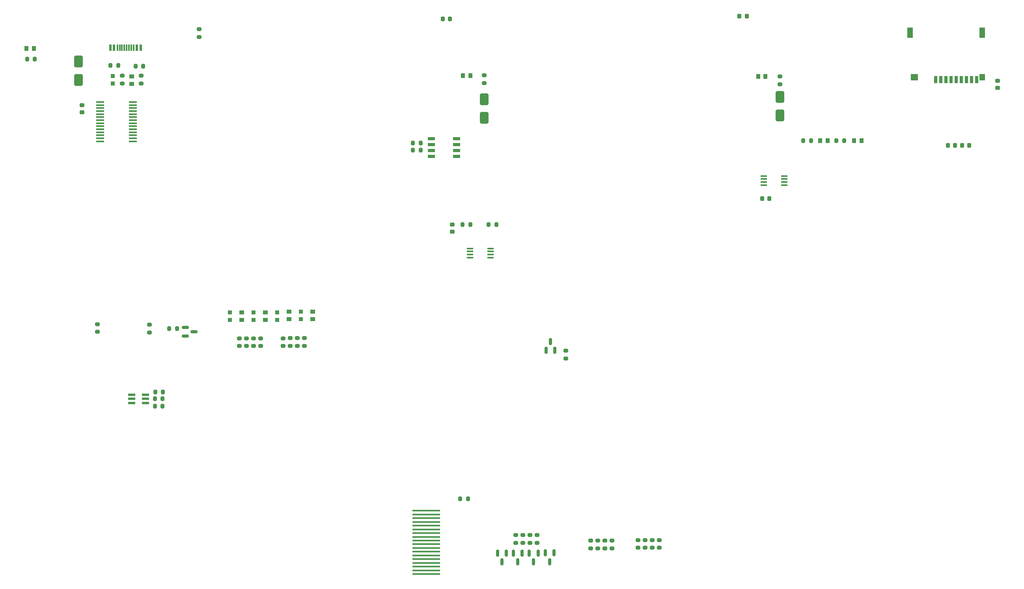
<source format=gbr>
%TF.GenerationSoftware,KiCad,Pcbnew,9.0.0*%
%TF.CreationDate,2025-05-15T12:50:59+02:00*%
%TF.ProjectId,board,626f6172-642e-46b6-9963-61645f706362,rev?*%
%TF.SameCoordinates,Original*%
%TF.FileFunction,Paste,Top*%
%TF.FilePolarity,Positive*%
%FSLAX46Y46*%
G04 Gerber Fmt 4.6, Leading zero omitted, Abs format (unit mm)*
G04 Created by KiCad (PCBNEW 9.0.0) date 2025-05-15 12:50:59*
%MOMM*%
%LPD*%
G01*
G04 APERTURE LIST*
G04 Aperture macros list*
%AMRoundRect*
0 Rectangle with rounded corners*
0 $1 Rounding radius*
0 $2 $3 $4 $5 $6 $7 $8 $9 X,Y pos of 4 corners*
0 Add a 4 corners polygon primitive as box body*
4,1,4,$2,$3,$4,$5,$6,$7,$8,$9,$2,$3,0*
0 Add four circle primitives for the rounded corners*
1,1,$1+$1,$2,$3*
1,1,$1+$1,$4,$5*
1,1,$1+$1,$6,$7*
1,1,$1+$1,$8,$9*
0 Add four rect primitives between the rounded corners*
20,1,$1+$1,$2,$3,$4,$5,0*
20,1,$1+$1,$4,$5,$6,$7,0*
20,1,$1+$1,$6,$7,$8,$9,0*
20,1,$1+$1,$8,$9,$2,$3,0*%
G04 Aperture macros list end*
%ADD10RoundRect,0.200000X0.275000X-0.200000X0.275000X0.200000X-0.275000X0.200000X-0.275000X-0.200000X0*%
%ADD11RoundRect,0.200000X0.200000X0.275000X-0.200000X0.275000X-0.200000X-0.275000X0.200000X-0.275000X0*%
%ADD12RoundRect,0.250000X0.650000X-1.000000X0.650000X1.000000X-0.650000X1.000000X-0.650000X-1.000000X0*%
%ADD13RoundRect,0.150000X-0.587500X-0.150000X0.587500X-0.150000X0.587500X0.150000X-0.587500X0.150000X0*%
%ADD14R,1.000000X0.950000*%
%ADD15R,0.950000X1.000000*%
%ADD16R,0.950000X0.900000*%
%ADD17R,1.600000X0.500000*%
%ADD18RoundRect,0.225000X-0.225000X-0.250000X0.225000X-0.250000X0.225000X0.250000X-0.225000X0.250000X0*%
%ADD19R,1.400000X0.450000*%
%ADD20RoundRect,0.150000X-0.150000X0.587500X-0.150000X-0.587500X0.150000X-0.587500X0.150000X0.587500X0*%
%ADD21R,0.600000X1.450000*%
%ADD22R,0.300000X1.450000*%
%ADD23R,1.525000X0.650000*%
%ADD24RoundRect,0.200000X-0.275000X0.200000X-0.275000X-0.200000X0.275000X-0.200000X0.275000X0.200000X0*%
%ADD25RoundRect,0.200000X-0.200000X-0.275000X0.200000X-0.275000X0.200000X0.275000X-0.200000X0.275000X0*%
%ADD26RoundRect,0.225000X0.225000X0.250000X-0.225000X0.250000X-0.225000X-0.250000X0.225000X-0.250000X0*%
%ADD27RoundRect,0.225000X0.250000X-0.225000X0.250000X0.225000X-0.250000X0.225000X-0.250000X-0.225000X0*%
%ADD28RoundRect,0.150000X0.150000X-0.587500X0.150000X0.587500X-0.150000X0.587500X-0.150000X-0.587500X0*%
%ADD29R,0.700000X1.600000*%
%ADD30R,1.200000X1.400000*%
%ADD31R,1.600000X1.400000*%
%ADD32R,1.200000X2.200000*%
%ADD33R,1.725000X0.450000*%
%ADD34R,6.000000X0.400000*%
%ADD35RoundRect,0.225000X-0.250000X0.225000X-0.250000X-0.225000X0.250000X-0.225000X0.250000X0.225000X0*%
G04 APERTURE END LIST*
D10*
%TO.C,R38*%
X54864000Y-74637000D03*
X54864000Y-72987000D03*
%TD*%
%TO.C,R14*%
X30988000Y-71691000D03*
X30988000Y-70041000D03*
%TD*%
%TO.C,R27*%
X130302000Y-118110000D03*
X130302000Y-116460000D03*
%TD*%
D11*
%TO.C,R20*%
X36893000Y-70866000D03*
X35243000Y-70866000D03*
%TD*%
D10*
%TO.C,R29*%
X127254000Y-118110000D03*
X127254000Y-116460000D03*
%TD*%
%TO.C,R13*%
X140462000Y-117982000D03*
X140462000Y-116332000D03*
%TD*%
D12*
%TO.C,D4*%
X102870000Y-25622000D03*
X102870000Y-21622000D03*
%TD*%
D13*
%TO.C,Q1*%
X38686500Y-70615000D03*
X38686500Y-72515000D03*
X40561500Y-71565000D03*
%TD*%
D10*
%TO.C,R2*%
X19812000Y-71565000D03*
X19812000Y-69915000D03*
%TD*%
D14*
%TO.C,LED6*%
X50800000Y-67437000D03*
X50800000Y-69037000D03*
%TD*%
D10*
%TO.C,R37*%
X53340000Y-74637000D03*
X53340000Y-72987000D03*
%TD*%
D11*
%TO.C,R21*%
X33859000Y-84529000D03*
X32209000Y-84529000D03*
%TD*%
D10*
%TO.C,R3*%
X29210000Y-18212000D03*
X29210000Y-16562000D03*
%TD*%
%TO.C,R5*%
X25146000Y-18212000D03*
X25146000Y-16562000D03*
%TD*%
D15*
%TO.C,LED17*%
X176568000Y-30480000D03*
X174968000Y-30480000D03*
%TD*%
D16*
%TO.C,LED4*%
X58420000Y-67437000D03*
X58420000Y-69037000D03*
%TD*%
D14*
%TO.C,LED8*%
X60960000Y-67272000D03*
X60960000Y-68872000D03*
%TD*%
D10*
%TO.C,R39*%
X59690000Y-74637000D03*
X59690000Y-72987000D03*
%TD*%
D17*
%TO.C,LED1*%
X27178000Y-85090000D03*
X27178000Y-85990000D03*
X27178000Y-86890000D03*
X30128000Y-86890000D03*
X30128000Y-85990000D03*
X30128000Y-85090000D03*
%TD*%
D18*
%TO.C,C4*%
X162547000Y-42926000D03*
X164097000Y-42926000D03*
%TD*%
D12*
%TO.C,D2*%
X15748000Y-17494000D03*
X15748000Y-13494000D03*
%TD*%
D19*
%TO.C,IC1*%
X99822000Y-53676000D03*
X99822000Y-54326000D03*
X99822000Y-54976000D03*
X99822000Y-55626000D03*
X104222000Y-55626000D03*
X104222000Y-54976000D03*
X104222000Y-54326000D03*
X104222000Y-53676000D03*
%TD*%
D10*
%TO.C,R30*%
X125730000Y-118110000D03*
X125730000Y-116460000D03*
%TD*%
D18*
%TO.C,C6*%
X157669000Y-3758000D03*
X159219000Y-3758000D03*
%TD*%
D11*
%TO.C,R16*%
X89217000Y-30988000D03*
X87567000Y-30988000D03*
%TD*%
D10*
%TO.C,R42*%
X64262000Y-74588500D03*
X64262000Y-72938500D03*
%TD*%
D18*
%TO.C,C5*%
X93954000Y-4318000D03*
X95504000Y-4318000D03*
%TD*%
D20*
%TO.C,Q5*%
X107594400Y-119126000D03*
X105694400Y-119126000D03*
X106644400Y-121001000D03*
%TD*%
D15*
%TO.C,LED15*%
X161658400Y-16713200D03*
X163258400Y-16713200D03*
%TD*%
D21*
%TO.C,J34*%
X29086000Y-10482000D03*
X28286000Y-10482000D03*
D22*
X27086000Y-10482000D03*
X26086000Y-10482000D03*
X25586000Y-10482000D03*
X24586000Y-10482000D03*
D21*
X23386000Y-10482000D03*
X22586000Y-10482000D03*
X22586000Y-10482000D03*
X23386000Y-10482000D03*
D22*
X24086000Y-10482000D03*
X25086000Y-10482000D03*
X26586000Y-10482000D03*
X27586000Y-10482000D03*
D21*
X28286000Y-10482000D03*
X29086000Y-10482000D03*
%TD*%
D23*
%TO.C,IC2*%
X96946000Y-33909000D03*
X96946000Y-32639000D03*
X96946000Y-31369000D03*
X96946000Y-30099000D03*
X91522000Y-30099000D03*
X91522000Y-31369000D03*
X91522000Y-32639000D03*
X91522000Y-33909000D03*
%TD*%
D24*
%TO.C,R19*%
X41656000Y-6541000D03*
X41656000Y-8191000D03*
%TD*%
D18*
%TO.C,C8*%
X205473000Y-31496000D03*
X207023000Y-31496000D03*
%TD*%
D25*
%TO.C,R9*%
X171387000Y-30480000D03*
X173037000Y-30480000D03*
%TD*%
D24*
%TO.C,R33*%
X111130000Y-115253000D03*
X111130000Y-116903000D03*
%TD*%
D26*
%TO.C,C7*%
X203975000Y-31496000D03*
X202425000Y-31496000D03*
%TD*%
D20*
%TO.C,Q4*%
X110998000Y-119126000D03*
X109098000Y-119126000D03*
X110048000Y-121001000D03*
%TD*%
D10*
%TO.C,R6*%
X102870000Y-18097000D03*
X102870000Y-16447000D03*
%TD*%
D20*
%TO.C,Q2*%
X117856000Y-119098300D03*
X115956000Y-119098300D03*
X116906000Y-120973300D03*
%TD*%
D24*
%TO.C,R4*%
X120396000Y-75629000D03*
X120396000Y-77279000D03*
%TD*%
D11*
%TO.C,R22*%
X33796000Y-85990000D03*
X32146000Y-85990000D03*
%TD*%
D10*
%TO.C,R11*%
X50292000Y-74637000D03*
X50292000Y-72987000D03*
%TD*%
D15*
%TO.C,LED16*%
X183896000Y-30480000D03*
X182296000Y-30480000D03*
%TD*%
D10*
%TO.C,R41*%
X62738000Y-74588500D03*
X62738000Y-72938500D03*
%TD*%
D15*
%TO.C,LED18*%
X4597000Y-10668000D03*
X6197000Y-10668000D03*
%TD*%
D24*
%TO.C,R32*%
X112718000Y-115253000D03*
X112718000Y-116903000D03*
%TD*%
D11*
%TO.C,R43*%
X99885000Y-48514000D03*
X98235000Y-48514000D03*
%TD*%
D27*
%TO.C,C2*%
X16510000Y-24397000D03*
X16510000Y-22847000D03*
%TD*%
D25*
%TO.C,R44*%
X103823000Y-48514000D03*
X105473000Y-48514000D03*
%TD*%
D12*
%TO.C,D5*%
X166370000Y-25114000D03*
X166370000Y-21114000D03*
%TD*%
D15*
%TO.C,LED14*%
X98260000Y-16510000D03*
X99860000Y-16510000D03*
%TD*%
D25*
%TO.C,R8*%
X178499000Y-30480000D03*
X180149000Y-30480000D03*
%TD*%
%TO.C,R46*%
X22607000Y-14351000D03*
X24257000Y-14351000D03*
%TD*%
D28*
%TO.C,Q7*%
X116144000Y-75535000D03*
X118044000Y-75535000D03*
X117094000Y-73660000D03*
%TD*%
D16*
%TO.C,LED10*%
X23114000Y-18212000D03*
X23114000Y-16612000D03*
%TD*%
%TO.C,LED3*%
X53340000Y-67437000D03*
X53340000Y-69037000D03*
%TD*%
D20*
%TO.C,Q3*%
X114416800Y-119103300D03*
X112516800Y-119103300D03*
X113466800Y-120978300D03*
%TD*%
D10*
%TO.C,R24*%
X138938000Y-117978000D03*
X138938000Y-116328000D03*
%TD*%
%TO.C,R26*%
X135890000Y-117978000D03*
X135890000Y-116328000D03*
%TD*%
D24*
%TO.C,R31*%
X114242000Y-115253000D03*
X114242000Y-116903000D03*
%TD*%
D29*
%TO.C,J12*%
X199810000Y-17358000D03*
X200910000Y-17358000D03*
X202010000Y-17358000D03*
X203110000Y-17358000D03*
X204210000Y-17358000D03*
X205310000Y-17358000D03*
X206410000Y-17358000D03*
X207510000Y-17358000D03*
X208610000Y-17358000D03*
D30*
X209810000Y-16858000D03*
D31*
X195210000Y-16858000D03*
D32*
X194310000Y-7258000D03*
X209810000Y-7258000D03*
%TD*%
D11*
%TO.C,R45*%
X29654000Y-14478000D03*
X28004000Y-14478000D03*
%TD*%
D10*
%TO.C,R28*%
X128778000Y-118110000D03*
X128778000Y-116460000D03*
%TD*%
%TO.C,R12*%
X51816000Y-74637000D03*
X51816000Y-72987000D03*
%TD*%
D33*
%TO.C,IC4*%
X27432000Y-30637000D03*
X27432000Y-29987000D03*
X27432000Y-29337000D03*
X27432000Y-28687000D03*
X27432000Y-28037000D03*
X27432000Y-27387000D03*
X27432000Y-26737000D03*
X27432000Y-26087000D03*
X27432000Y-25437000D03*
X27432000Y-24787000D03*
X27432000Y-24137000D03*
X27432000Y-23487000D03*
X27432000Y-22837000D03*
X27432000Y-22187000D03*
X20408000Y-22187000D03*
X20408000Y-22837000D03*
X20408000Y-23487000D03*
X20408000Y-24137000D03*
X20408000Y-24787000D03*
X20408000Y-25437000D03*
X20408000Y-26087000D03*
X20408000Y-26737000D03*
X20408000Y-27387000D03*
X20408000Y-28037000D03*
X20408000Y-28687000D03*
X20408000Y-29337000D03*
X20408000Y-29987000D03*
X20408000Y-30637000D03*
%TD*%
D11*
%TO.C,R15*%
X89217000Y-32512000D03*
X87567000Y-32512000D03*
%TD*%
D10*
%TO.C,R25*%
X137414000Y-117982000D03*
X137414000Y-116332000D03*
%TD*%
D34*
%TO.C,DS1*%
X90424000Y-123634000D03*
X90424000Y-122834000D03*
X90424000Y-122034000D03*
X90424000Y-121234000D03*
X90424000Y-120434000D03*
X90424000Y-119634000D03*
X90424000Y-118834000D03*
X90424000Y-118034000D03*
X90424000Y-117234000D03*
X90424000Y-116434000D03*
X90424000Y-115634000D03*
X90424000Y-114834000D03*
X90424000Y-114034000D03*
X90424000Y-113234000D03*
X90424000Y-112434000D03*
X90424000Y-111634000D03*
X90424000Y-110834000D03*
X90424000Y-110034000D03*
%TD*%
D16*
%TO.C,LED2*%
X48260000Y-67399000D03*
X48260000Y-68999000D03*
%TD*%
D14*
%TO.C,LED9*%
X66040000Y-67272000D03*
X66040000Y-68872000D03*
%TD*%
D10*
%TO.C,R7*%
X166370000Y-18351000D03*
X166370000Y-16701000D03*
%TD*%
%TO.C,R40*%
X61214000Y-74588500D03*
X61214000Y-72938500D03*
%TD*%
D14*
%TO.C,LED11*%
X27178000Y-18288000D03*
X27178000Y-16688000D03*
%TD*%
D35*
%TO.C,C1*%
X96012000Y-48501000D03*
X96012000Y-50051000D03*
%TD*%
D19*
%TO.C,IC5*%
X167300000Y-40050000D03*
X167300000Y-39400000D03*
X167300000Y-38750000D03*
X167300000Y-38100000D03*
X162900000Y-38100000D03*
X162900000Y-38750000D03*
X162900000Y-39400000D03*
X162900000Y-40050000D03*
%TD*%
D11*
%TO.C,R23*%
X33796000Y-87577000D03*
X32146000Y-87577000D03*
%TD*%
D16*
%TO.C,LED5*%
X63500000Y-67272000D03*
X63500000Y-68872000D03*
%TD*%
D35*
%TO.C,C3*%
X213106000Y-17614600D03*
X213106000Y-19164600D03*
%TD*%
D14*
%TO.C,LED7*%
X55880000Y-67399000D03*
X55880000Y-68999000D03*
%TD*%
D11*
%TO.C,R10*%
X6350000Y-12954000D03*
X4700000Y-12954000D03*
%TD*%
D24*
%TO.C,R34*%
X109670000Y-115253000D03*
X109670000Y-116903000D03*
%TD*%
D11*
%TO.C,R1*%
X99377000Y-107442000D03*
X97727000Y-107442000D03*
%TD*%
M02*

</source>
